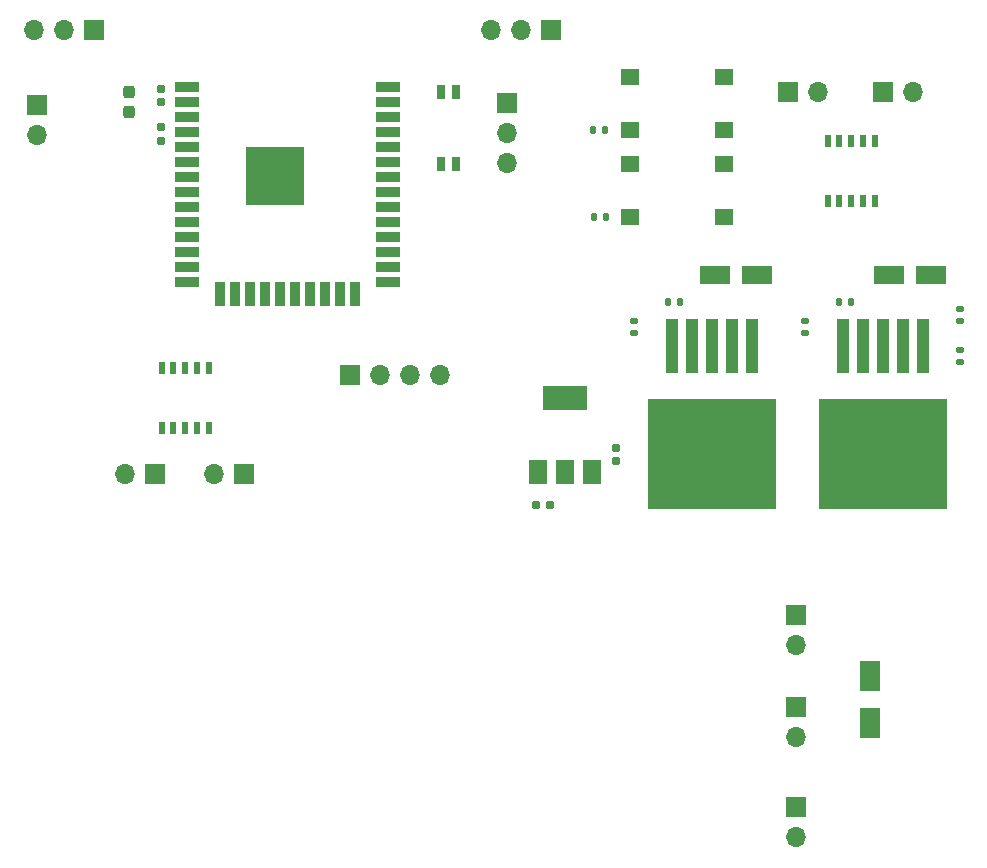
<source format=gbr>
%TF.GenerationSoftware,KiCad,Pcbnew,6.0.6-3a73a75311~116~ubuntu20.04.1*%
%TF.CreationDate,2022-07-05T17:12:33+08:00*%
%TF.ProjectId,ESP32_MAIN_V5,45535033-325f-44d4-9149-4e5f56352e6b,rev?*%
%TF.SameCoordinates,Original*%
%TF.FileFunction,Soldermask,Top*%
%TF.FilePolarity,Negative*%
%FSLAX46Y46*%
G04 Gerber Fmt 4.6, Leading zero omitted, Abs format (unit mm)*
G04 Created by KiCad (PCBNEW 6.0.6-3a73a75311~116~ubuntu20.04.1) date 2022-07-05 17:12:33*
%MOMM*%
%LPD*%
G01*
G04 APERTURE LIST*
G04 Aperture macros list*
%AMRoundRect*
0 Rectangle with rounded corners*
0 $1 Rounding radius*
0 $2 $3 $4 $5 $6 $7 $8 $9 X,Y pos of 4 corners*
0 Add a 4 corners polygon primitive as box body*
4,1,4,$2,$3,$4,$5,$6,$7,$8,$9,$2,$3,0*
0 Add four circle primitives for the rounded corners*
1,1,$1+$1,$2,$3*
1,1,$1+$1,$4,$5*
1,1,$1+$1,$6,$7*
1,1,$1+$1,$8,$9*
0 Add four rect primitives between the rounded corners*
20,1,$1+$1,$2,$3,$4,$5,0*
20,1,$1+$1,$4,$5,$6,$7,0*
20,1,$1+$1,$6,$7,$8,$9,0*
20,1,$1+$1,$8,$9,$2,$3,0*%
G04 Aperture macros list end*
%ADD10R,0.760000X1.250000*%
%ADD11R,1.700000X1.700000*%
%ADD12O,1.700000X1.700000*%
%ADD13R,1.800000X2.500000*%
%ADD14R,0.510000X1.100000*%
%ADD15R,1.100000X4.600000*%
%ADD16R,10.800000X9.400000*%
%ADD17R,5.000000X5.000000*%
%ADD18R,2.000000X0.900000*%
%ADD19R,0.900000X2.000000*%
%ADD20RoundRect,0.135000X-0.185000X0.135000X-0.185000X-0.135000X0.185000X-0.135000X0.185000X0.135000X0*%
%ADD21RoundRect,0.237500X0.237500X-0.300000X0.237500X0.300000X-0.237500X0.300000X-0.237500X-0.300000X0*%
%ADD22RoundRect,0.250000X-1.050000X-0.550000X1.050000X-0.550000X1.050000X0.550000X-1.050000X0.550000X0*%
%ADD23RoundRect,0.135000X0.185000X-0.135000X0.185000X0.135000X-0.185000X0.135000X-0.185000X-0.135000X0*%
%ADD24RoundRect,0.135000X-0.135000X-0.185000X0.135000X-0.185000X0.135000X0.185000X-0.135000X0.185000X0*%
%ADD25R,1.500000X2.000000*%
%ADD26R,3.800000X2.000000*%
%ADD27RoundRect,0.155000X0.155000X-0.212500X0.155000X0.212500X-0.155000X0.212500X-0.155000X-0.212500X0*%
%ADD28RoundRect,0.135000X0.135000X0.185000X-0.135000X0.185000X-0.135000X-0.185000X0.135000X-0.185000X0*%
%ADD29R,1.600000X1.400000*%
%ADD30RoundRect,0.155000X-0.155000X0.212500X-0.155000X-0.212500X0.155000X-0.212500X0.155000X0.212500X0*%
%ADD31RoundRect,0.155000X-0.212500X-0.155000X0.212500X-0.155000X0.212500X0.155000X-0.212500X0.155000X0*%
G04 APERTURE END LIST*
D10*
%TO.C,SW33*%
X141655800Y-40511400D03*
X140385800Y-40511400D03*
X140385800Y-46661400D03*
X141655800Y-46661400D03*
%TD*%
D11*
%TO.C,BOOT1*%
X145999200Y-41452800D03*
D12*
X145999200Y-43992800D03*
X145999200Y-46532800D03*
%TD*%
%TO.C,SW1*%
X170434000Y-103632000D03*
D11*
X170434000Y-101092000D03*
%TD*%
D13*
%TO.C,D1*%
X176682400Y-89998800D03*
X176682400Y-93998800D03*
%TD*%
D14*
%TO.C,MD2*%
X173133000Y-49794000D03*
X174133000Y-49794000D03*
X175133000Y-49794000D03*
X176133000Y-49794000D03*
X177133000Y-49794000D03*
X177133000Y-44694000D03*
X176133000Y-44694000D03*
X175133000Y-44694000D03*
X174133000Y-44694000D03*
X173133000Y-44694000D03*
%TD*%
D15*
%TO.C,U1*%
X166722000Y-62031000D03*
X165022000Y-62031000D03*
X163322000Y-62031000D03*
D16*
X163322000Y-71181000D03*
D15*
X161622000Y-62031000D03*
X159922000Y-62031000D03*
%TD*%
D17*
%TO.C,MCU1*%
X126381000Y-47632000D03*
D18*
X135881000Y-40132000D03*
X135881000Y-41402000D03*
X135881000Y-42672000D03*
X135881000Y-43942000D03*
X135881000Y-45212000D03*
X135881000Y-46482000D03*
X135881000Y-47752000D03*
X135881000Y-49022000D03*
X135881000Y-50292000D03*
X135881000Y-51562000D03*
X135881000Y-52832000D03*
X135881000Y-54102000D03*
X135881000Y-55372000D03*
X135881000Y-56642000D03*
D19*
X133096000Y-57642000D03*
X131826000Y-57642000D03*
X130556000Y-57642000D03*
X129286000Y-57642000D03*
X128016000Y-57642000D03*
X126746000Y-57642000D03*
X125476000Y-57642000D03*
X124206000Y-57642000D03*
X122936000Y-57642000D03*
X121666000Y-57642000D03*
D18*
X118881000Y-56642000D03*
X118881000Y-55372000D03*
X118881000Y-54102000D03*
X118881000Y-52832000D03*
X118881000Y-51562000D03*
X118881000Y-50292000D03*
X118881000Y-49022000D03*
X118881000Y-47752000D03*
X118881000Y-46482000D03*
X118881000Y-45212000D03*
X118881000Y-43942000D03*
X118881000Y-42672000D03*
X118881000Y-41402000D03*
X118881000Y-40132000D03*
%TD*%
D20*
%TO.C,R12*%
X156718000Y-59942000D03*
X156718000Y-60962000D03*
%TD*%
D21*
%TO.C,C41*%
X113995200Y-42267000D03*
X113995200Y-40542000D03*
%TD*%
D22*
%TO.C,C11*%
X163587000Y-55995000D03*
X167187000Y-55995000D03*
%TD*%
D23*
%TO.C,R62*%
X184353200Y-59895200D03*
X184353200Y-58875200D03*
%TD*%
D11*
%TO.C,IMU1*%
X132689600Y-64516000D03*
D12*
X135229600Y-64516000D03*
X137769600Y-64516000D03*
X140309600Y-64516000D03*
%TD*%
D11*
%TO.C,M3*%
X177795000Y-40513000D03*
D12*
X180335000Y-40513000D03*
%TD*%
D24*
%TO.C,R31*%
X153312400Y-51155600D03*
X154332400Y-51155600D03*
%TD*%
D25*
%TO.C,U0*%
X148576000Y-72746000D03*
X150876000Y-72746000D03*
D26*
X150876000Y-66446000D03*
D25*
X153176000Y-72746000D03*
%TD*%
D27*
%TO.C,C42*%
X116713000Y-41402000D03*
X116713000Y-40267000D03*
%TD*%
D28*
%TO.C,R21*%
X175133000Y-58293000D03*
X174113000Y-58293000D03*
%TD*%
D29*
%TO.C,SW31*%
X156375600Y-51155600D03*
X164375600Y-51155600D03*
X164375600Y-46655600D03*
X156375600Y-46655600D03*
%TD*%
D11*
%TO.C,M4*%
X123703000Y-72898000D03*
D12*
X121163000Y-72898000D03*
%TD*%
D29*
%TO.C,SW32*%
X164375600Y-43753600D03*
X156375600Y-43753600D03*
X164375600Y-39253600D03*
X156375600Y-39253600D03*
%TD*%
D15*
%TO.C,U2*%
X181200000Y-62031000D03*
X179500000Y-62031000D03*
D16*
X177800000Y-71181000D03*
D15*
X177800000Y-62031000D03*
X176100000Y-62031000D03*
X174400000Y-62031000D03*
%TD*%
D11*
%TO.C,CAM1*%
X106172000Y-41651000D03*
D12*
X106172000Y-44191000D03*
%TD*%
D11*
%TO.C,M1*%
X116205000Y-72898000D03*
D12*
X113665000Y-72898000D03*
%TD*%
D30*
%TO.C,C31*%
X116687600Y-44661900D03*
X116687600Y-43526900D03*
%TD*%
D14*
%TO.C,MD1*%
X120745000Y-63871000D03*
X119745000Y-63871000D03*
X118745000Y-63871000D03*
X117745000Y-63871000D03*
X116745000Y-63871000D03*
X116745000Y-68971000D03*
X117745000Y-68971000D03*
X118745000Y-68971000D03*
X119745000Y-68971000D03*
X120745000Y-68971000D03*
%TD*%
D31*
%TO.C,C2*%
X148479700Y-75488800D03*
X149614700Y-75488800D03*
%TD*%
D22*
%TO.C,C21*%
X178300000Y-55995000D03*
X181900000Y-55995000D03*
%TD*%
D11*
%TO.C,BAT1*%
X170434000Y-84831000D03*
D12*
X170434000Y-87371000D03*
%TD*%
D24*
%TO.C,R32*%
X153261600Y-43738800D03*
X154281600Y-43738800D03*
%TD*%
D20*
%TO.C,R22*%
X171246800Y-59891200D03*
X171246800Y-60911200D03*
%TD*%
D11*
%TO.C,M2*%
X169794000Y-40513000D03*
D12*
X172334000Y-40513000D03*
%TD*%
D11*
%TO.C,LED2*%
X149718000Y-35306000D03*
D12*
X147178000Y-35306000D03*
X144638000Y-35306000D03*
%TD*%
D30*
%TO.C,C1*%
X155194000Y-71814500D03*
X155194000Y-70679500D03*
%TD*%
D11*
%TO.C,BAT2*%
X170434000Y-92578000D03*
D12*
X170434000Y-95118000D03*
%TD*%
D28*
%TO.C,R11*%
X160657000Y-58293000D03*
X159637000Y-58293000D03*
%TD*%
D11*
%TO.C,LED1*%
X110983000Y-35306000D03*
D12*
X108443000Y-35306000D03*
X105903000Y-35306000D03*
%TD*%
D23*
%TO.C,R61*%
X184353200Y-63400400D03*
X184353200Y-62380400D03*
%TD*%
M02*

</source>
